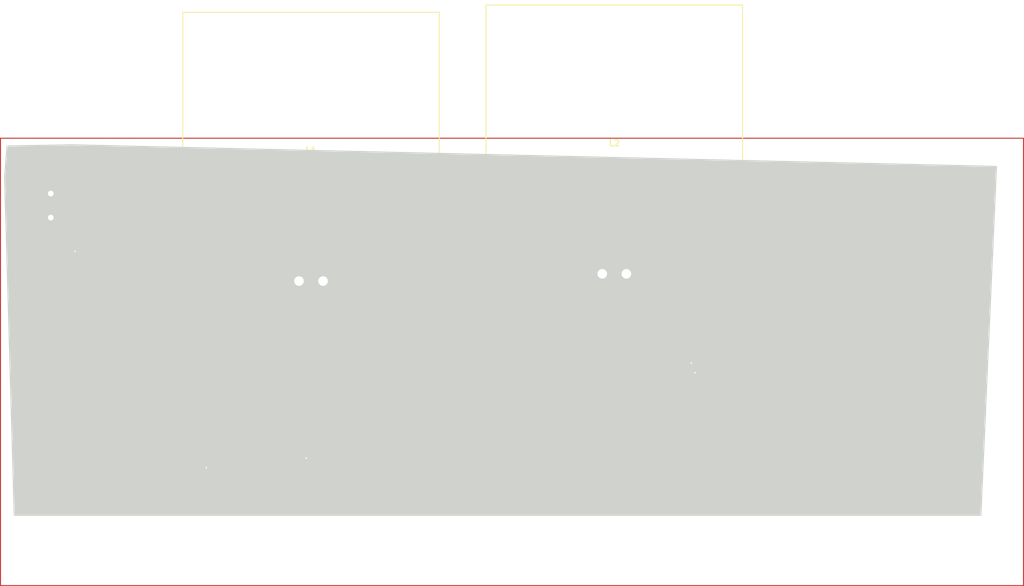
<source format=kicad_pcb>
(kicad_pcb (version 20240108) (generator "pcbnew") (generator_version "8.0")
  (layers (0 "F.Cu" signal) (31 "B.Cu" signal) (34 "B.Paste" user) (35 "F.Paste" user) (36 "B.SilkS" user "B.Silkscreen") (37 "F.SilkS" user "F.Silkscreen") (38 "B.Mask" user) (39 "F.Mask" user) (44 "Edge.Cuts" user))
  (net 0 "")
  (net 1 "/Safety")
  (net 2 "GND")
  (net 3 "Net-(Cp1-Pad2)")
  (net 4 "Net-(Cp1-Pad1)")
  (net 5 "Net-(D1-A)")
  (net 6 "Net-(Cp2-Pad1)")
  (net 7 "Net-(U1-VO)")
  (net 8 "Net-(D1-K)")
  (net 9 "Net-(D3-A)")
  (net 10 "Net-(IC1-VEE)")
  (net 11 "/Supply")
  (net 13 "Net-(IC1-OUTPUT)")
  (net 15 "Net-(IC1-VCC)")
  (net 18 "Net-(Q1-GATE)")
  (net 19 "Net-(Q1-DRAIN_2)")
  (net 21 "Net-(Q1-SOURCE_1)")
  (net 25 "+15V")
  (footprint "100m:ERJB2__0612_" (layer "F.Cu") (at 180 85.25)
    (property "Reference" "Rp2" (at 0 0 360) (layer "F.SilkS") (effects (font (size 1.27 1.27) (thickness 0.254))))
    (property "Value" "100m" (hide yes))
    (fp_circle (center -1.675 0) (end -1.675 0.05) (stroke (width 0.2)) (fill none) (layer "F.SilkS"))
    (pad "1" smd rect (at -0.825 0) (size 0.95 3.2) (layers "F.Cu" "F.Paste" "F.Mask") (net 6 "Net-(Cp2-Pad1)"))
    (pad "2" smd rect (at 0.825 0) (size 0.95 3.2) (layers "F.Cu" "F.Paste" "F.Mask") (net 5 "Net-(D1-A)"))
  )
  (footprint "10k:ERJB2__0612_" (layer "F.Cu") (at 234.325 91.75 180)
    (property "Reference" "Rload1" (at 0 0 360) (layer "F.SilkS") (effects (font (size 1.27 1.27) (thickness 0.254))))
    (property "Value" "10k" (hide yes))
    (fp_circle (center -1.675 0) (end -1.675 0.05) (stroke (width 0.2)) (fill none) (layer "F.SilkS"))
    (pad "1" smd rect (at -0.825 0 180) (size 0.95 3.2) (layers "F.Cu" "F.Paste" "F.Mask") (net 7 "Net-(U1-VO)"))
    (pad "2" smd rect (at 0.825 0 180) (size 0.95 3.2) (layers "F.Cu" "F.Paste" "F.Mask") (net 2 "GND"))
  )
  (footprint "KiCad:CAPC4532X220N" (layer "F.Cu") (at 62.44 105 90)
    (property "Reference" "Cd1" (at 0 0 90) (layer "F.SilkS") (effects (font (size 1.27 1.27) (thickness 0.254))))
    (property "Value" "0.2u" (hide yes))
    (fp_line (start 0 -1.5) (end 0 1.5) (stroke (width 0.2)) (layer "F.SilkS"))
    (pad "1" smd rect (at -1.94 0 90) (size 1.43 3.52) (layers "F.Cu" "F.Paste" "F.Mask") (net 1 "/Safety"))
    (pad "2" smd rect (at 1.94 0 90) (size 1.43 3.52) (layers "F.Cu" "F.Paste" "F.Mask") (net 2 "GND"))
  )
  (footprint "100m:ERJB2__0612_" (layer "F.Cu") (at 68.5 75)
    (property "Reference" "Rp1" (at 0 0 0) (layer "F.SilkS") (effects (font (size 1.27 1.27) (thickness 0.254))))
    (property "Value" "100m" (hide yes))
    (fp_circle (center -1.675 0) (end -1.675 0.05) (stroke (width 0.2)) (fill none) (layer "F.SilkS"))
    (pad "1" smd rect (at -0.825 0) (size 0.95 3.2) (layers "F.Cu" "F.Paste" "F.Mask") (net 4 "Net-(Cp1-Pad1)"))
    (pad "2" smd rect (at 0.825 0) (size 0.95 3.2) (layers "F.Cu" "F.Paste" "F.Mask") (net 3 "Net-(Cp1-Pad2)"))
  )
  (footprint "Diode_SMD:D_01005_0402Metric_Pad0.57x0.30mm_HandSolder" (layer "F.Cu") (at 192.25 94.1375 90)
    (property "Reference" "D4" (at 0 -1 90) (layer "F.SilkS"))
    (property "Value" "D")
    (fp_circle (center -0.935 0) (end -0.885 0) (stroke (width 0.1)) (fill none) (layer "F.SilkS"))
    (pad "1" smd roundrect (at -0.3375 0 90) (size 0.575 0.3) (layers "F.Cu" "F.Mask") (net 9 "Net-(D3-A)"))
    (pad "2" smd roundrect (at 0.3375 0 90) (size 0.575 0.3) (layers "F.Cu" "F.Mask") (net 2 "GND"))
  )
  (footprint "10k:ERJB2__0612_" (layer "F.Cu") (at 114.825 99 180)
    (property "Reference" "Rpow-MOS1" (at 0 0 360) (layer "F.SilkS") (effects (font (size 1.27 1.27) (thickness 0.254))))
    (property "Value" "10k" (hide yes))
    (fp_circle (center -1.675 0) (end -1.675 0.05) (stroke (width 0.2)) (fill none) (layer "F.SilkS"))
    (pad "1" smd rect (at -0.825 0 180) (size 0.95 3.2) (layers "F.Cu" "F.Paste" "F.Mask") (net 21 "Net-(Q1-SOURCE_1)"))
    (pad "2" smd rect (at 0.825 0 180) (size 0.95 3.2) (layers "F.Cu" "F.Paste" "F.Mask") (net 2 "GND"))
  )
  (footprint "L1L2:760308141" (layer "F.Cu") (at 170 71.69)
    (property "Reference" "L2" (at 2.5 -27.19 0) (layer "F.SilkS") (effects (font (size 1.27 1.27) (thickness 0.254))))
    (property "Value" "760308141" (hide yes))
    (fp_line (start -24.15 -55.88) (end 29.15 -55.88) (stroke (width 0.2)) (layer "F.SilkS"))
    (fp_line (start -24.15 -2.54) (end -24.15 -55.88) (stroke (width 0.2)) (layer "F.SilkS"))
    (fp_line (start 29.15 -55.88) (end 29.15 -2.54) (stroke (width 0.2)) (layer "F.SilkS"))
    (fp_line (start 29.15 -2.54) (end -24.15 -2.54) (stroke (width 0.2)) (layer "F.SilkS"))
    (pad "1" thru_hole rect (at 0 0) (size 3 3) (drill 2) (layers "*.Cu" "*.Mask") (net 9 "Net-(D3-A)"))
    (pad "2" thru_hole circle (at 5 0) (size 3 3) (drill 2) (layers "*.Cu" "*.Mask") (net 6 "Net-(Cp2-Pad1)"))
  )
  (footprint "Capacitor_SMD:C_0603_1608Metric_Pad1.08x0.95mm_HandSolder" (layer "F.Cu") (at 225.5 91.8625 90)
    (property "Reference" "C_out1" (at 0 -1.43 90) (layer "F.SilkS"))
    (property "Value" "10u")
    (fp_line (start -0.146267 -0.51) (end 0.146267 -0.51) (stroke (width 0.12)) (layer "F.SilkS"))
    (fp_line (start -0.146267 0.51) (end 0.146267 0.51) (stroke (width 0.12)) (layer "F.SilkS"))
    (pad "1" smd roundrect (at -0.8625 0 90) (size 1.075 0.95) (layers "F.Cu" "F.Paste" "F.Mask") (net 7 "Net-(U1-VO)"))
    (pad "2" smd roundrect (at 0.8625 0 90) (size 1.075 0.95) (layers "F.Cu" "F.Paste" "F.Mask") (net 2 "GND"))
  )
  (footprint "10k:ERJB2__0612_" (layer "F.Cu") (at 114.825 110.75)
    (property "Reference" "Rpow_MOS1" (at 0 0 0) (layer "F.SilkS") (effects (font (size 1.27 1.27) (thickness 0.254))))
    (property "Value" "10k" (hide yes))
    (fp_circle (center -1.675 0) (end -1.675 0.05) (stroke (width 0.2)) (fill none) (layer "F.SilkS"))
    (pad "1" smd rect (at -0.825 0) (size 0.95 3.2) (layers "F.Cu" "F.Paste" "F.Mask") (net 25 "+15V"))
    (pad "2" smd rect (at 0.825 0) (size 0.95 3.2) (layers "F.Cu" "F.Paste" "F.Mask") (net 19 "Net-(Q1-DRAIN_2)"))
  )
  (footprint "1k:ERJB2__0612_" (layer "F.Cu") (at 104.425 110)
    (property "Reference" "Rgate1" (at 0 0 360) (layer "F.SilkS") (effects (font (size 1.27 1.27) (thickness 0.254))))
    (property "Value" "1k" (hide yes))
    (fp_circle (center -1.675 0) (end -1.675 0.05) (stroke (width 0.2)) (fill none) (layer "F.SilkS"))
    (pad "1" smd rect (at -0.825 0) (size 0.95 3.2) (layers "F.Cu" "F.Paste" "F.Mask") (net 13 "Net-(IC1-OUTPUT)"))
    (pad "2" smd rect (at 0.825 0) (size 0.95 3.2) (layers "F.Cu" "F.Paste" "F.Mask") (net 18 "Net-(Q1-GATE)"))
  )
  (footprint "Package_TO_SOT_SMD:TO-252-2" (layer "F.Cu") (at 213.5 79.51 90)
    (property "Reference" "U1" (at 0 -4.5 90) (layer "F.SilkS"))
    (property "Value" "LF90_TO252")
    (fp_line (start 3.11 -3.45) (end -3.31 -3.45) (stroke (width 0.12)) (layer "F.SilkS"))
    (fp_line (start -3.31 -3.45) (end -3.31 -3.18) (stroke (width 0.12)) (layer "F.SilkS"))
    (fp_line (start 3.11 3.45) (end -3.31 3.45) (stroke (width 0.12)) (layer "F.SilkS"))
    (fp_line (start -3.31 3.45) (end -3.31 3.18) (stroke (width 0.12)) (layer "F.SilkS"))
    (fp_poly (pts (xy -5.04 -3.14) (xy -5.38 -3.61) (xy -4.7 -3.61) (xy -5.04 -3.14)) (stroke (width 0.12)) (fill solid) (layer "F.SilkS"))
    (pad "1" smd roundrect (at -5.04 -2.28 90) (size 2.2 1.2) (layers "F.Cu" "F.Paste" "F.Mask") (roundrect_rratio 0.208333) (net 8 "Net-(D1-K)"))
    (pad "2" smd roundrect (at -0.415 -1.525 90) (size 3.05 2.75) (layers "F.Cu" "F.Paste") (roundrect_rratio 0.090909) (net 2 "GND"))
    (pad "2" smd roundrect (at -0.415 1.525 90) (size 3.05 2.75) (layers "F.Cu" "F.Paste") (roundrect_rratio 0.090909) (net 2 "GND"))
    (pad "2" smd roundrect (at 1.26 0 90) (size 6.4 5.8) (layers "F.Cu" "F.Mask") (roundrect_rratio 0.043103) (net 2 "GND"))
    (pad "2" smd roundrect (at 2.935 -1.525 90) (size 3.05 2.75) (layers "F.Cu" "F.Paste") (roundrect_rratio 0.090909) (net 2 "GND"))
    (pad "2" smd roundrect (at 2.935 1.525 90) (size 3.05 2.75) (layers "F.Cu" "F.Paste") (roundrect_rratio 0.090909) (net 2 "GND"))
    (pad "3" smd roundrect (at -5.04 2.28 90) (size 2.2 1.2) (layers "F.Cu" "F.Paste" "F.Mask") (roundrect_rratio 0.208333) (net 7 "Net-(U1-VO)"))
  )
  (footprint "J1:SHDR2W100P0X500_1X2_1000X750X990P" (layer "F.Cu") (at 55.45 55 -90)
    (property "Reference" "J1" (at 0 0 90) (layer "F.SilkS") (effects (font (size 1.27 1.27) (thickness 0.254))))
    (property "Value" "691102710002" (hide yes))
    (fp_line (start 0 4.2) (end 7.5 4.2) (stroke (width 0.2)) (layer "F.SilkS"))
    (fp_line (start 7.5 4.2) (end 7.5 -3.3) (stroke (width 0.2)) (layer "F.SilkS"))
    (fp_line (start -2.5 -3.3) (end -2.5 0) (stroke (width 0.2)) (layer "F.SilkS"))
    (fp_line (start 7.5 -3.3) (end -2.5 -3.3) (stroke (width 0.2)) (layer "F.SilkS"))
    (pad "1" thru_hole rect (at 0 0 270) (size 1.8 1.8) (drill 1.2) (layers "*.Cu" "*.Mask") (net 2 "GND"))
    (pad "2" thru_hole circle (at 5 0 270) (size 1.8 1.8) (drill 1.2) (layers "*.Cu" "*.Mask") (net 11 "/Supply"))
  )
  (footprint "L1L2:760308141" (layer "F.Cu") (at 107 73.19)
    (property "Reference" "L1" (at 2.5 -27.19 0) (layer "F.SilkS") (effects (font (size 1.27 1.27) (thickness 0.254))))
    (property "Value" "760308141" (hide yes))
    (fp_line (start -24.15 -55.88) (end 29.15 -55.88) (stroke (width 0.2)) (layer "F.SilkS"))
    (fp_line (start -24.15 -2.54) (end -24.15 -55.88) (stroke (width 0.2)) (layer "F.SilkS"))
    (fp_line (start 29.15 -55.88) (end 29.15 -2.54) (stroke (width 0.2)) (layer "F.SilkS"))
    (fp_line (start 29.15 -2.54) (end -24.15 -2.54) (stroke (width 0.2)) (layer "F.SilkS"))
    (pad "1" thru_hole rect (at 0 0) (size 3 3) (drill 2) (layers "*.Cu" "*.Mask") (net 3 "Net-(Cp1-Pad2)"))
    (pad "2" thru_hole circle (at 5 0) (size 3 3) (drill 2) (layers "*.Cu" "*.Mask") (net 2 "GND"))
  )
  (footprint "10k:ERJB2__0612_" (layer "F.Cu") (at 103.675 99 180)
    (property "Reference" "Rpow1" (at 0 0 360) (layer "F.SilkS") (effects (font (size 1.27 1.27) (thickness 0.254))))
    (property "Value" "10k" (hide yes))
    (fp_circle (center -1.675 0) (end -1.675 0.05) (stroke (width 0.2)) (fill none) (layer "F.SilkS"))
    (pad "1" smd rect (at -0.825 0 180) (size 0.95 3.2) (layers "F.Cu" "F.Paste" "F.Mask") (net 25 "+15V"))
    (pad "2" smd rect (at 0.825 0 180) (size 0.95 3.2) (layers "F.Cu" "F.Paste" "F.Mask") (net 15 "Net-(IC1-VCC)"))
  )
  (footprint "Capacitor_SMD:C_0402_1005Metric" (layer "F.Cu") (at 204 91.73 90)
    (property "Reference" "C_rect1" (at 0 -1.16 90) (layer "F.SilkS"))
    (property "Value" "C_Small")
    (fp_line (start -0.107836 -0.36) (end 0.107836 -0.36) (stroke (width 0.12)) (layer "F.SilkS"))
    (fp_line (start -0.107836 0.36) (end 0.107836 0.36) (stroke (width 0.12)) (layer "F.SilkS"))
    (pad "1" smd roundrect (at -0.48 0 90) (size 0.56 0.62) (layers "F.Cu" "F.Paste" "F.Mask") (net 8 "Net-(D1-K)"))
    (pad "2" smd roundrect (at 0.48 0 90) (size 0.56 0.62) (layers "F.Cu" "F.Paste" "F.Mask") (net 2 "GND"))
  )
  (footprint "MAX31855KASA_T:SOIC127P600X175-8N" (layer "F.Cu") (at 95.5 105)
    (property "Reference" "IC1" (at -0.795 -3.332 0) (layer "F.SilkS"))
    (property "Value" "LM301ADR2G")
    (fp_line (start -2 -2.52) (end 2 -2.52) (stroke (width 0.127)) (layer "F.SilkS"))
    (fp_line (start -2 2.52) (end 2 2.52) (stroke (width 0.127)) (layer "F.SilkS"))
    (fp_circle (center -4.445 -2.495) (end -4.345 -2.495) (stroke (width 0.2)) (fill none) (layer "F.SilkS"))
    (pad "1" smd roundrect (at -2.475 -1.905) (size 1.97 0.59) (layers "F.Cu" "F.Paste" "F.Mask") (roundrect_rratio 0.125))
    (pad "2" smd roundrect (at -2.475 -0.635) (size 1.97 0.59) (layers "F.Cu" "F.Paste" "F.Mask") (roundrect_rratio 0.125) (net 1 "/Safety"))
    (pad "3" smd roundrect (at -2.475 0.635) (size 1.97 0.59) (layers "F.Cu" "F.Paste" "F.Mask") (roundrect_rratio 0.125) (net 11 "/Supply"))
    (pad "4" smd roundrect (at -2.475 1.905) (size 1.97 0.59) (layers "F.Cu" "F.Paste" "F.Mask") (roundrect_rratio 0.125) (net 10 "Net-(IC1-VEE)"))
    (pad "5" smd roundrect (at 2.475 1.905) (size 1.97 0.59) (layers "F.Cu" "F.Paste" "F.Mask") (roundrect_rratio 0.125))
    (pad "6" smd roundrect (at 2.475 0.635) (size 1.97 0.59) (layers "F.Cu" "F.Paste" "F.Mask") (roundrect_rratio 0.125) (net 13 "Net-(IC1-OUTPUT)"))
    (pad "7" smd roundrect (at 2.475 -0.635) (size 1.97 0.59) (layers "F.Cu" "F.Paste" "F.Mask") (roundrect_rratio 0.125) (net 15 "Net-(IC1-VCC)"))
    (pad "8" smd roundrect (at 2.475 -1.905) (size 1.97 0.59) (layers "F.Cu" "F.Paste" "F.Mask") (roundrect_rratio 0.125))
  )
  (footprint "Diode_SMD:D_01005_0402Metric_Pad0.57x0.30mm_HandSolder" (layer "F.Cu") (at 185.5875 89 90)
    (property "Reference" "D1" (at 0 -1 90) (layer "F.SilkS"))
    (property "Value" "D")
    (fp_circle (center -0.935 0) (end -0.885 0) (stroke (width 0.1)) (fill none) (layer "F.SilkS"))
    (pad "1" smd roundrect (at -0.3375 0 90) (size 0.575 0.3) (layers "F.Cu" "F.Mask") (net 8 "Net-(D1-K)"))
    (pad "2" smd roundrect (at 0.3375 0 90) (size 0.575 0.3) (layers "F.Cu" "F.Mask") (net 5 "Net-(D1-A)"))
  )
  (footprint "18u:CAPC1005X56N" (layer "F.Cu") (at 180.05 81.5)
    (property "Reference" "Cp2" (at 0 0 0) (layer "F.SilkS") (effects (font (size 1.27 1.27) (thickness 0.254))))
    (property "Value" "18.16u" (hide yes))
    (pad "1" smd rect (at -0.45 0 90) (size 0.64 0.65) (layers "F.Cu" "F.Paste" "F.Mask") (net 6 "Net-(Cp2-Pad1)"))
    (pad "2" smd rect (at 0.45 0 90) (size 0.64 0.65) (layers "F.Cu" "F.Paste" "F.Mask") (net 5 "Net-(D1-A)"))
  )
  (footprint "Diode_SMD:D_01005_0402Metric_Pad0.57x0.30mm_HandSolder" (layer "F.Cu") (at 185.5 94.1375 -90)
    (property "Reference" "D3" (at 0 1 90) (layer "F.SilkS"))
    (property "Value" "D")
    (fp_circle (center -0.935 0) (end -0.885 0) (stroke (width 0.1)) (fill none) (layer "F.SilkS"))
    (pad "1" smd roundrect (at -0.3375 0 270) (size 0.575 0.3) (layers "F.Cu" "F.Mask") (net 8 "Net-(D1-K)"))
    (pad "2" smd roundrect (at 0.3375 0 270) (size 0.575 0.3) (layers "F.Cu" "F.Mask") (net 9 "Net-(D3-A)"))
  )
  (footprint "Diode_SMD:D_01005_0402Metric_Pad0.57x0.30mm_HandSolder" (layer "F.Cu") (at 192.0875 89 -90)
    (property "Reference" "D2" (at 0 1.3375 90) (layer "F.SilkS"))
    (property "Value" "D")
    (fp_circle (center -0.935 0) (end -0.885 0) (stroke (width 0.1)) (fill none) (layer "F.SilkS"))
    (pad "1" smd roundrect (at -0.3375 0 270) (size 0.575 0.3) (layers "F.Cu" "F.Mask") (net 5 "Net-(D1-A)"))
    (pad "2" smd roundrect (at 0.3375 0 270) (size 0.575 0.3) (layers "F.Cu" "F.Mask") (net 2 "GND"))
  )
  (footprint "18k:ERJB2__0612_" (layer "F.Cu") (at 72.325 105.25)
    (property "Reference" "R1" (at 0 0 360) (layer "F.SilkS") (effects (font (size 1.27 1.27) (thickness 0.254))))
    (property "Value" "18k" (hide yes))
    (fp_circle (center -1.675 0) (end -1.675 0.05) (stroke (width 0.2)) (fill none) (layer "F.SilkS"))
    (pad "1" smd rect (at -0.825 0) (size 0.95 3.2) (layers "F.Cu" "F.Paste" "F.Mask") (net 1 "/Safety"))
    (pad "2" smd rect (at 0.825 0) (size 0.95 3.2) (layers "F.Cu" "F.Paste" "F.Mask") (net 2 "GND"))
  )
  (footprint "100m:ERJB2__0612_" (layer "F.Cu") (at 55 68 -90)
    (property "Reference" "R1s1" (at 0 0 90) (layer "F.SilkS") (effects (font (size 1.27 1.27) (thickness 0.254))))
    (property "Value" "100m" (hide yes))
    (fp_circle (center -1.675 0) (end -1.675 0.05) (stroke (width 0.2)) (fill none) (layer "F.SilkS"))
    (pad "1" smd rect (at -0.825 0 270) (size 0.95 3.2) (layers "F.Cu" "F.Paste" "F.Mask") (net 11 "/Supply"))
    (pad "2" smd rect (at 0.825 0 270) (size 0.95 3.2) (layers "F.Cu" "F.Paste" "F.Mask") (net 4 "Net-(Cp1-Pad1)"))
  )
  (footprint "2.99_new:CAPC4833X160N" (layer "F.Cu") (at 68.5 68)
    (property "Reference" "Cp1" (at 0 0 0) (layer "F.SilkS") (effects (font (size 1.27 1.27) (thickness 0.254))))
    (property "Value" "2.88u" (hide yes))
    (fp_line (start 0 -1.55) (end 0 1.55) (stroke (width 0.2)) (layer "F.SilkS"))
    (pad "1" smd rect (at -2.29 0) (size 0.84 3.62) (layers "F.Cu" "F.Paste" "F.Mask") (net 4 "Net-(Cp1-Pad1)"))
    (pad "2" smd rect (at 2.29 0) (size 0.84 3.62) (layers "F.Cu" "F.Paste" "F.Mask") (net 3 "Net-(Cp1-Pad2)"))
  )
  (footprint "10k:ERJB2__0612_" (layer "F.Cu") (at 80.175 105.5 180)
    (property "Reference" "Rpov-1" (at 0 0 360) (layer "F.SilkS") (effects (font (size 1.27 1.27) (thickness 0.254))))
    (property "Value" "10k" (hide yes))
    (fp_circle (center -1.675 0) (end -1.675 0.05) (stroke (width 0.2)) (fill none) (layer "F.SilkS"))
    (pad "1" smd rect (at -0.825 0 180) (size 0.95 3.2) (layers "F.Cu" "F.Paste" "F.Mask") (net 10 "Net-(IC1-VEE)"))
    (pad "2" smd rect (at 0.825 0 180) (size 0.95 3.2) (layers "F.Cu" "F.Paste" "F.Mask") (net 2 "GND"))
  )
  (footprint "Q1:ISK018NE1LM7ATSA1" (layer "F.Cu") (at 119.1 104.75)
    (property "Reference" "Q1" (at 0 0 0) (layer "F.SilkS") (effects (font (size 1.27 1.27) (thickness 0.254))))
    (property "Value" "ISK018NE1LM7ATSA1" (hide yes))
    (fp_line (start -0.65 1.6) (end -0.65 1.6) (stroke (width 0.1)) (layer "F.SilkS"))
    (fp_line (start -0.65 1.7) (end -0.65 1.7) (stroke (width 0.1)) (layer "F.SilkS"))
    (fp_arc (start -0.65 1.6) (mid -0.6 1.65) (end -0.65 1.7) (stroke (width 0.1)) (layer "F.SilkS"))
    (fp_arc (start -0.65 1.7) (mid -0.7 1.65) (end -0.65 1.6) (stroke (width 0.1)) (layer "F.SilkS"))
    (pad "1" smd rect (at -0.65 1) (size 0.3 0.5) (layers "F.Cu" "F.Paste" "F.Mask"))
    (pad "2" smd rect (at 0 1) (size 0.3 0.5) (layers "F.Cu" "F.Paste" "F.Mask") (net 19 "Net-(Q1-DRAIN_2)"))
    (pad "3" smd rect (at 0.65 1) (size 0.3 0.5) (layers "F.Cu" "F.Paste" "F.Mask") (net 18 "Net-(Q1-GATE)"))
    (pad "4" smd rect (at 0.65 -1) (size 0.3 0.5) (layers "F.Cu" "F.Paste" "F.Mask") (net 21 "Net-(Q1-SOURCE_1)"))
    (pad "5" smd rect (at 0 -1) (size 0.3 0.5) (layers "F.Cu" "F.Paste" "F.Mask"))
    (pad "6" smd rect (at -0.65 -1) (size 0.3 0.5) (layers "F.Cu" "F.Paste" "F.Mask"))
    (pad "7" smd rect (at -0.3 0) (size 1 1.2) (layers "F.Cu" "F.Paste" "F.Mask"))
    (pad "8" smd rect (at 0.735 -0.075) (size 0.3 1) (layers "F.Cu" "F.Paste" "F.Mask"))
  )
  (gr_rect (start 45 43.5) (end 257.5 136.5) (stroke (width 0.2)) (fill none) (layer "F.Cu"))
  (segment (start 71.5 105.25) (end 71.5 112) (width 0.2) (layer "F.Cu") (net 1))
  (segment (start 71.5 112) (end 87.75 112) (width 0.2) (layer "F.Cu") (net 1))
  (segment (start 62.44 106.94) (end 69.81 106.94) (width 0.5) (layer "F.Cu") (net 1))
  (segment (start 69.81 106.94) (end 71.5 105.25) (width 0.5) (layer "F.Cu") (net 1))
  (segment (start 62.44 106.94) (end 63.305 106.075) (width 0.2) (layer "F.Cu") (net 1))
  (via (at 87.75 112) (size 0.6) (drill 0.3) (layers "F.Cu" "B.Cu") (net 1))
  (segment (start 87.75 112) (end 87.75 105.25) (width 0.2) (layer "B.Cu") (net 1))
  (segment (start 88.5 104.5) (end 93 104.5) (width 0.2) (layer "B.Cu") (net 1))
  (segment (start 87.75 105.25) (end 88.5 104.5) (width 0.2) (layer "B.Cu") (net 1))
  (segment (start 62.44 103.06) (end 48 88.62) (width 0.2) (layer "F.Cu") (net 2))
  (segment (start 191.175 90.25) (end 192.0875 89.3375) (width 0.2) (layer "F.Cu") (net 2))
  (segment (start 73.15 105.25) (end 84.9 93.5) (width 0.2) (layer "F.Cu") (net 2))
  (segment (start 73.25 105.15) (end 73.15 105.25) (width 0.2) (layer "F.Cu") (net 2))
  (segment (start 204 80.25) (end 204.25 80) (width 0.2) (layer "F.Cu") (net 2))
  (segment (start 62.44 103.06) (end 62.5 103) (width 0.2) (layer "F.Cu") (net 2))
  (segment (start 84.9 93.5) (end 114 93.5) (width 0.2) (layer "F.Cu") (net 2))
  (segment (start 114 99) (end 114 81.75) (width 0.2) (layer "F.Cu") (net 2))
  (segment (start 215.025 80.525) (end 215.025 79.925) (width 0.2) (layer "F.Cu") (net 2))
  (segment (start 114 93.5) (end 114 93.75) (width 0.2) (layer "F.Cu") (net 2))
  (segment (start 112 79.75) (end 112 73.19) (width 0.2) (layer "F.Cu") (net 2))
  (segment (start 73.15 105.25) (end 79.1 105.25) (width 0.2) (layer "F.Cu") (net 2))
  (segment (start 225.5 91) (end 215.025 80.525) (width 0.2) (layer "F.Cu") (net 2))
  (segment (start 232.75 91) (end 233.5 91.75) (width 0.2) (layer "F.Cu") (net 2))
  (segment (start 188.5 90.25) (end 191.175 90.25) (width 0.2) (layer "F.Cu") (net 2))
  (segment (start 204 91.25) (end 204 80.25) (width 0.2) (layer "F.Cu") (net 2))
  (segment (start 194 91.25) (end 204 91.25) (width 0.2) (layer "F.Cu") (net 2))
  (segment (start 204.25 80) (end 211.9 80) (width 0.2) (layer "F.Cu") (net 2))
  (segment (start 62.5 103) (end 62.5 99.5) (width 0.2) (layer "F.Cu") (net 2))
  (segment (start 48 88.62) (end 48 54.75) (width 0.2) (layer "F.Cu") (net 2))
  (segment (start 79.35 105.5) (end 79.25 105.4) (width 0.2) (layer "F.Cu") (net 2))
  (segment (start 114 81.75) (end 112 79.75) (width 0.2) (layer "F.Cu") (net 2))
  (segment (start 192.0875 89.3375) (end 194 91.25) (width 0.2) (layer "F.Cu") (net 2))
  (segment (start 48 54.75) (end 55.2 54.75) (width 0.2) (layer "F.Cu") (net 2))
  (segment (start 79.1 105.25) (end 79.35 105.5) (width 0.2) (layer "F.Cu") (net 2))
  (segment (start 192.0875 89.3375) (end 192.25 89.5) (width 0.2) (layer "F.Cu") (net 2))
  (segment (start 73.25 99.5) (end 73.25 105.15) (width 0.2) (layer "F.Cu") (net 2))
  (segment (start 225.5 91) (end 232.75 91) (width 0.2) (layer "F.Cu") (net 2))
  (segment (start 62.5 99.5) (end 73.25 99.5) (width 0.2) (layer "F.Cu") (net 2))
  (segment (start 211.9 80) (end 211.975 79.925) (width 0.2) (layer "F.Cu") (net 2))
  (segment (start 114 93.75) (end 114 99) (width 0.2) (layer "F.Cu") (net 2))
  (segment (start 55.2 54.75) (end 55.45 55) (width 0.2) (layer "F.Cu") (net 2))
  (segment (start 192.25 89.5) (end 192.25 93.8) (width 0.2) (layer "F.Cu") (net 2))
  (via (at 188.5 90.25) (size 0.6) (drill 0.3) (layers "F.Cu" "B.Cu") (net 2))
  (segment (start 188.5 90.25) (end 187 91.75) (width 0.2) (layer "B.Cu") (net 2))
  (segment (start 187 91.75) (end 130.56 91.75) (width 0.2) (layer "B.Cu") (net 2))
  (segment (start 130.56 91.75) (end 112 73.19) (width 0.2) (layer "B.Cu") (net 2))
  (segment (start 70.79 68) (end 70.79 73.535) (width 0.2) (layer "F.Cu") (net 3))
  (segment (start 70.79 73.535) (end 69.325 75) (width 0.2) (layer "F.Cu") (net 3))
  (segment (start 101.81 68) (end 107 73.19) (width 0.2) (layer "F.Cu") (net 3))
  (segment (start 70.79 68) (end 101.81 68) (width 0.2) (layer "F.Cu") (net 3))
  (segment (start 65.385 68.825) (end 66.21 68) (width 0.2) (layer "F.Cu") (net 4))
  (segment (start 55 68.825) (end 65.385 68.825) (width 0.2) (layer "F.Cu") (net 4))
  (segment (start 66.21 73.535) (end 67.675 75) (width 0.2) (layer "F.Cu") (net 4))
  (segment (start 66.21 68) (end 66.21 73.535) (width 0.2) (layer "F.Cu") (net 4))
  (segment (start 180.825 85.25) (end 184.2375 88.6625) (width 0.2) (layer "F.Cu") (net 5))
  (segment (start 185.5875 88.6625) (end 192.0875 88.6625) (width 0.2) (layer "F.Cu") (net 5))
  (segment (start 180.5 81.5) (end 180.825 81.825) (width 0.2) (layer "F.Cu") (net 5))
  (segment (start 184.2375 88.6625) (end 185.5875 88.6625) (width 0.2) (layer "F.Cu") (net 5))
  (segment (start 180.825 81.825) (end 180.825 85.25) (width 0.2) (layer "F.Cu") (net 5))
  (segment (start 175 71.69) (end 175 76.9) (width 0.2) (layer "F.Cu") (net 6))
  (segment (start 175 76.9) (end 179.6 81.5) (width 0.2) (layer "F.Cu") (net 6))
  (segment (start 235.25 95.5) (end 235.25 91.85) (width 0.2) (layer "F.Cu") (net 7))
  (segment (start 225.475 92.75) (end 225.5 92.725) (width 0.2) (layer "F.Cu") (net 7))
  (segment (start 235.25 91.85) (end 235.15 91.75) (width 0.2) (layer "F.Cu") (net 7))
  (segment (start 225.475 92.75) (end 216.5 92.75) (width 0.2) (layer "F.Cu") (net 7))
  (segment (start 215.78 84.55) (end 215.78 92.03) (width 0.2) (layer "F.Cu") (net 7))
  (segment (start 225.5 92.725) (end 228.275 95.5) (width 0.2) (layer "F.Cu") (net 7))
  (segment (start 228.275 95.5) (end 235.25 95.5) (width 0.2) (layer "F.Cu") (net 7))
  (segment (start 215.78 92.03) (end 216.5 92.75) (width 0.2) (layer "F.Cu") (net 7))
  (segment (start 185.5875 89.3375) (end 185.5 89.425) (width 0.2) (layer "F.Cu") (net 8))
  (segment (start 204 92.21) (end 209.04 92.21) (width 0.2) (layer "F.Cu") (net 8))
  (segment (start 187.7 93.8) (end 185.5 93.8) (width 0.2) (layer "F.Cu") (net 8))
  (segment (start 209.04 92.21) (end 211.25 90) (width 0.2) (layer "F.Cu") (net 8))
  (segment (start 185.5 89.425) (end 185.5 93.8) (width 0.2) (layer "F.Cu") (net 8))
  (segment (start 189.25 92.25) (end 187.7 93.8) (width 0.2) (layer "F.Cu") (net 8))
  (segment (start 211.25 90) (end 211.25 84.58) (width 0.2) (layer "F.Cu") (net 8))
  (segment (start 211.25 84.58) (end 211.22 84.55) (width 0.2) (layer "F.Cu") (net 8))
  (via (at 189.25 92.25) (size 0.6) (drill 0.3) (layers "F.Cu" "B.Cu") (net 8))
  (segment (start 189.25 92.25) (end 189.75 92.75) (width 0.2) (layer "B.Cu") (net 8))
  (segment (start 189.75 92.75) (end 203.5 92.75) (width 0.2) (layer "B.Cu") (net 8))
  (segment (start 203.5 92.75) (end 204 92.25) (width 0.2) (layer "B.Cu") (net 8))
  (segment (start 170 71.69) (end 170 91) (width 0.2) (layer "F.Cu") (net 9))
  (segment (start 170 91) (end 173.5 94.5) (width 0.2) (layer "F.Cu") (net 9))
  (segment (start 173.5 94.5) (end 185.475 94.5) (width 0.2) (layer "F.Cu") (net 9))
  (segment (start 185.5 94.475) (end 192.25 94.475) (width 0.2) (layer "F.Cu") (net 9))
  (segment (start 185.475 94.5) (end 185.5 94.475) (width 0.2) (layer "F.Cu") (net 9))
  (segment (start 81 105.5) (end 82.405 106.905) (width 0.2) (layer "F.Cu") (net 10))
  (segment (start 82.405 106.905) (end 93.025 106.905) (width 0.2) (layer "F.Cu") (net 10))
  (segment (start 55.175 67) (end 60.5 67) (width 0.5) (layer "F.Cu") (net 11))
  (segment (start 55 67.175) (end 55.175 67) (width 0.2) (layer "F.Cu") (net 11))
  (segment (start 55 60.45) (end 55 67.175) (width 0.5) (layer "F.Cu") (net 11))
  (segment (start 55.45 60) (end 55 60.45) (width 0.2) (layer "F.Cu") (net 11))
  (via (at 60.5 67) (size 0.6) (drill 0.3) (layers "F.Cu" "B.Cu") (net 11))
  (segment (start 93.5 105.5) (end 93 105.5) (width 0.2) (layer "B.Cu") (net 11))
  (segment (start 94.75 105.5) (end 93.5 105.5) (width 0.2) (layer "B.Cu") (net 11))
  (segment (start 95.25 105) (end 94.75 105.5) (width 0.2) (layer "B.Cu") (net 11))
  (segment (start 95.25 101.75) (end 95.25 105) (width 0.2) (layer "B.Cu") (net 11))
  (segment (start 60.5 67) (end 95.25 101.75) (width 0.5) (layer "B.Cu") (net 11))
  (segment (start 98.11 105.5) (end 97.975 105.635) (width 0.2) (layer "F.Cu") (net 13))
  (segment (start 97.975 105.635) (end 99.235 105.635) (width 0.2) (layer "F.Cu") (net 13))
  (segment (start 99.235 105.635) (end 103.6 110) (width 0.2) (layer "F.Cu") (net 13))
  (segment (start 99.385 104.365) (end 102.85 100.9) (width 0.6) (layer "F.Cu") (net 15))
  (segment (start 99.385 104.365) (end 97.975 104.365) (width 0.6) (layer "F.Cu") (net 15))
  (segment (start 102.85 100.9) (end 102.85 99) (width 0.6) (layer "F.Cu") (net 15))
  (segment (start 105.25 110) (end 108.5 110) (width 0.2) (layer "F.Cu") (net 18))
  (via (at 108.5 110) (size 0.6) (drill 0.3) (layers "F.Cu" "B.Cu") (net 18))
  (segment (start 108.5 110) (end 108.5 106.75) (width 0.2) (layer "B.Cu") (net 18))
  (segment (start 109.5 105.75) (end 113.75 105.75) (width 0.2) (layer "B.Cu") (net 18))
  (segment (start 108.5 106.75) (end 109.5 105.75) (width 0.2) (layer "B.Cu") (net 18))
  (segment (start 113.75 105.75) (end 119.75 105.75) (width 0.2) (layer "B.Cu") (net 18))
  (segment (start 113.75 105.75) (end 114 105.75) (width 0.2) (layer "B.Cu") (net 18))
  (segment (start 115.65 110.75) (end 118.25 110.75) (width 0.2) (layer "F.Cu") (net 19))
  (segment (start 118.25 110.75) (end 119.1 109.9) (width 0.2) (layer "F.Cu") (net 19))
  (segment (start 119.1 109.9) (end 119.1 105.75) (width 0.2) (layer "F.Cu") (net 19))
  (segment (start 119.75 99) (end 119.75 103.75) (width 0.2) (layer "F.Cu") (net 21))
  (segment (start 115.65 99) (end 119.75 99) (width 0.2) (layer "F.Cu") (net 21))
  (segment (start 104.5 101.25) (end 104.5 99) (width 0.6) (layer "F.Cu") (net 25))
  (segment (start 114 110.75) (end 104.5 101.25) (width 0.6) (layer "F.Cu") (net 25))
  (zone (net 0) (net_name "") (layer "Edge.Cuts") (connect_pads (clearance 0.5)) (min_thickness 0.25) (fill yes (thermal_gap 0.5) (thermal_bridge_width 0.5))
    (polygon (pts (xy 46.25 45) (xy 45.75 51.5) (xy 47.75 122) (xy 248.75 122) (xy 252 49.25) (xy 59.75 44.75)))
  )
)
</source>
